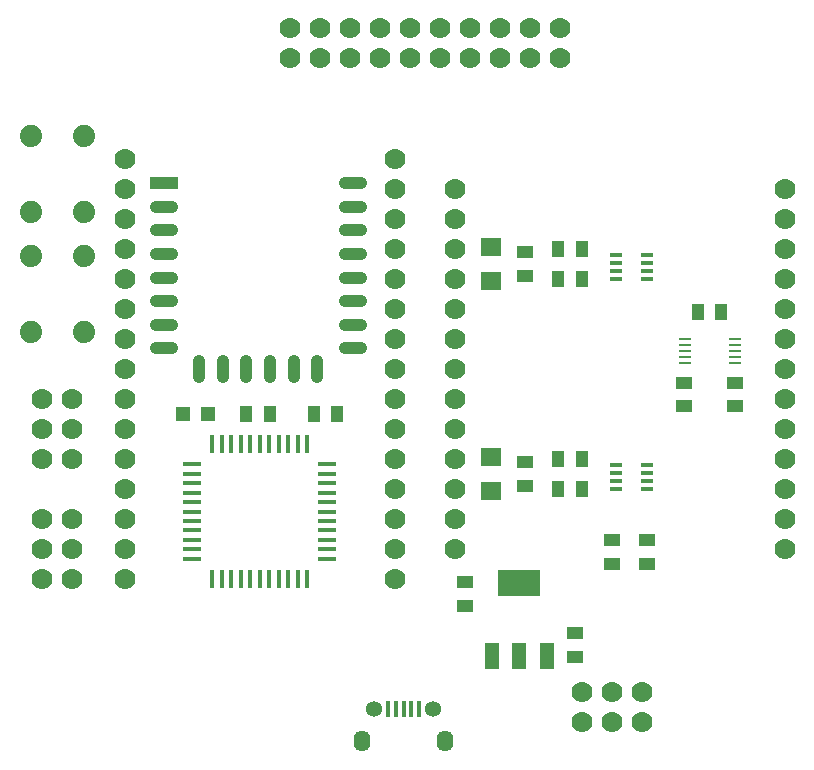
<source format=gts>
G04 #@! TF.FileFunction,Soldermask,Top*
%FSLAX46Y46*%
G04 Gerber Fmt 4.6, Leading zero omitted, Abs format (unit mm)*
G04 Created by KiCad (PCBNEW (2015-06-26 BZR 5832)-product) date Samstag, 05. März 2016 'u16' 11:16:22*
%MOMM*%
G01*
G04 APERTURE LIST*
%ADD10C,0.150000*%
%ADD11O,1.450000X1.300000*%
%ADD12R,0.400000X1.350000*%
%ADD13O,1.400000X1.800000*%
%ADD14C,1.778000*%
%ADD15R,1.399540X1.099820*%
%ADD16R,1.099820X1.399540*%
%ADD17R,1.198880X1.198880*%
%ADD18R,1.800860X1.597660*%
%ADD19C,1.879600*%
%ADD20O,1.100000X2.400000*%
%ADD21R,2.400000X1.100000*%
%ADD22O,2.400000X1.100000*%
%ADD23R,1.219200X2.235200*%
%ADD24R,3.599180X2.199640*%
%ADD25R,0.998220X0.248920*%
%ADD26R,1.524000X0.406400*%
%ADD27R,0.406400X1.524000*%
%ADD28R,1.100000X0.450000*%
G04 APERTURE END LIST*
D10*
D11*
X158202000Y-130396000D03*
X153202000Y-130396000D03*
D12*
X155702000Y-130396000D03*
X156352000Y-130396000D03*
X157002000Y-130396000D03*
X155052000Y-130396000D03*
X154402000Y-130396000D03*
D13*
X159202000Y-133096000D03*
X152202000Y-133096000D03*
D14*
X168910000Y-72750000D03*
X168910000Y-75290000D03*
X166370000Y-72750000D03*
X166370000Y-75290000D03*
X163830000Y-72750000D03*
X163830000Y-75290000D03*
X161290000Y-72750000D03*
X161290000Y-75290000D03*
X158750000Y-72750000D03*
X158750000Y-75290000D03*
X156210000Y-72750000D03*
X156210000Y-75290000D03*
X153670000Y-72750000D03*
X153670000Y-75290000D03*
X151130000Y-72750000D03*
X151130000Y-75290000D03*
X148590000Y-72750000D03*
X148590000Y-75290000D03*
X146050000Y-72750000D03*
X146050000Y-75290000D03*
X160020000Y-86360000D03*
X187960000Y-86360000D03*
X160020000Y-88900000D03*
X187960000Y-88900000D03*
X160020000Y-91440000D03*
X187960000Y-91440000D03*
X160020000Y-93980000D03*
X187960000Y-93980000D03*
X160020000Y-96520000D03*
X187960000Y-96520000D03*
X160020000Y-99060000D03*
X187960000Y-99060000D03*
X160020000Y-101600000D03*
X187960000Y-101600000D03*
X160020000Y-104140000D03*
X187960000Y-104140000D03*
X160020000Y-106680000D03*
X187960000Y-106680000D03*
X160020000Y-109220000D03*
X187960000Y-109220000D03*
X160020000Y-111760000D03*
X187960000Y-111760000D03*
X160020000Y-114300000D03*
X187960000Y-114300000D03*
X160020000Y-116840000D03*
X187960000Y-116840000D03*
X175895000Y-128905000D03*
X173355000Y-128905000D03*
X170815000Y-128905000D03*
X175895000Y-131445000D03*
X173355000Y-131445000D03*
X170815000Y-131445000D03*
X127635000Y-119380000D03*
X125095000Y-119380000D03*
X127635000Y-116840000D03*
X125095000Y-116840000D03*
X127635000Y-114300000D03*
X125095000Y-114300000D03*
X127635000Y-109220000D03*
X125095000Y-109220000D03*
X127635000Y-106680000D03*
X125095000Y-106680000D03*
X127635000Y-104140000D03*
X125095000Y-104140000D03*
X132080000Y-83820000D03*
X154940000Y-83820000D03*
X132080000Y-86360000D03*
X154940000Y-86360000D03*
X132080000Y-88900000D03*
X154940000Y-88900000D03*
X132080000Y-91440000D03*
X154940000Y-91440000D03*
X132080000Y-93980000D03*
X154940000Y-93980000D03*
X132080000Y-96520000D03*
X154940000Y-96520000D03*
X132080000Y-99060000D03*
X154940000Y-99060000D03*
X132080000Y-101600000D03*
X154940000Y-101600000D03*
X132080000Y-104140000D03*
X154940000Y-104140000D03*
X132080000Y-106680000D03*
X154940000Y-106680000D03*
X132080000Y-109220000D03*
X154940000Y-109220000D03*
X132080000Y-111760000D03*
X154940000Y-111760000D03*
X132080000Y-114300000D03*
X154940000Y-114300000D03*
X132080000Y-116840000D03*
X154940000Y-116840000D03*
X132080000Y-119380000D03*
X154940000Y-119380000D03*
D15*
X170180000Y-125966220D03*
X170180000Y-123969780D03*
X160909000Y-119651780D03*
X160909000Y-121648220D03*
X183769000Y-102760780D03*
X183769000Y-104757220D03*
D16*
X148099780Y-105410000D03*
X150096220Y-105410000D03*
D15*
X179451000Y-102760780D03*
X179451000Y-104757220D03*
D16*
X182608220Y-96774000D03*
X180611780Y-96774000D03*
D15*
X165989000Y-111488220D03*
X165989000Y-109491780D03*
X165989000Y-93708220D03*
X165989000Y-91711780D03*
D17*
X139098020Y-105410000D03*
X136999980Y-105410000D03*
D15*
X176276000Y-118092220D03*
X176276000Y-116095780D03*
X173355000Y-118092220D03*
X173355000Y-116095780D03*
D16*
X168800780Y-111760000D03*
X170797220Y-111760000D03*
X168800780Y-109220000D03*
X170797220Y-109220000D03*
X168800780Y-93980000D03*
X170797220Y-93980000D03*
X168800780Y-91440000D03*
X170797220Y-91440000D03*
D18*
X163068000Y-109070140D03*
X163068000Y-111909860D03*
X163068000Y-91290140D03*
X163068000Y-94129860D03*
D16*
X144381220Y-105410000D03*
X142384780Y-105410000D03*
D19*
X124104400Y-98501200D03*
X124104400Y-91998800D03*
X128625600Y-98501200D03*
X128625600Y-91998800D03*
X128625600Y-81838800D03*
X128625600Y-88341200D03*
X124104400Y-81838800D03*
X124104400Y-88341200D03*
D20*
X138372000Y-101602000D03*
X140372000Y-101602000D03*
X142372000Y-101602000D03*
X144372000Y-101602000D03*
X146372000Y-101602000D03*
X148372000Y-101602000D03*
D21*
X135382000Y-85852000D03*
D22*
X135382000Y-87852000D03*
X135382000Y-89852000D03*
X135382000Y-91852000D03*
X135382000Y-93852000D03*
X135382000Y-95852000D03*
X135382000Y-97852000D03*
X135382000Y-99852000D03*
X151382000Y-99852000D03*
X151382000Y-97852000D03*
X151382000Y-95852000D03*
X151382000Y-93852000D03*
X151382000Y-91852000D03*
X151382000Y-89852000D03*
X151382000Y-87852000D03*
X151382000Y-85852000D03*
D23*
X163169600Y-125907800D03*
X165481000Y-125907800D03*
X167792400Y-125907800D03*
D24*
X165481000Y-119710200D03*
D25*
X183720740Y-101074220D03*
X183720740Y-100573840D03*
X183720740Y-100076000D03*
X183720740Y-99578160D03*
X183720740Y-99077780D03*
X179499260Y-99077780D03*
X179499260Y-99578160D03*
X179499260Y-100076000D03*
X179499260Y-100573840D03*
X179499260Y-101074220D03*
D26*
X137795000Y-113665000D03*
X137795000Y-114465100D03*
X137795000Y-115265200D03*
X137795000Y-116065300D03*
X137795000Y-116865400D03*
X137795000Y-117665500D03*
X137795000Y-112864900D03*
X137795000Y-112064800D03*
X137795000Y-111264700D03*
X137795000Y-110464600D03*
X137795000Y-109664500D03*
X149225000Y-113665000D03*
X149225000Y-114465100D03*
X149225000Y-115265200D03*
X149225000Y-116065300D03*
X149225000Y-116865400D03*
X149225000Y-117665500D03*
X149225000Y-112864900D03*
X149225000Y-112064800D03*
X149225000Y-111264700D03*
X149225000Y-110464600D03*
X149225000Y-109664500D03*
D27*
X143510000Y-119380000D03*
X143510000Y-107950000D03*
X144310100Y-119380000D03*
X144310100Y-107950000D03*
X145110200Y-107950000D03*
X145110200Y-119380000D03*
X145910300Y-119380000D03*
X145910300Y-107950000D03*
X146710400Y-107950000D03*
X146710400Y-119380000D03*
X147510500Y-119380000D03*
X147510500Y-107950000D03*
X142709900Y-107950000D03*
X142709900Y-119380000D03*
X141909800Y-119380000D03*
X141909800Y-107950000D03*
X141109700Y-107950000D03*
X141109700Y-119380000D03*
X140309600Y-119380000D03*
X140309600Y-107950000D03*
X139509500Y-107950000D03*
X139509500Y-119380000D03*
D28*
X173706000Y-109769000D03*
X173706000Y-110419000D03*
X173706000Y-111069000D03*
X173706000Y-111719000D03*
X176306000Y-111719000D03*
X176306000Y-111069000D03*
X176306000Y-110419000D03*
X176306000Y-109769000D03*
X173706000Y-91989000D03*
X173706000Y-92639000D03*
X173706000Y-93289000D03*
X173706000Y-93939000D03*
X176306000Y-93939000D03*
X176306000Y-93289000D03*
X176306000Y-92639000D03*
X176306000Y-91989000D03*
M02*

</source>
